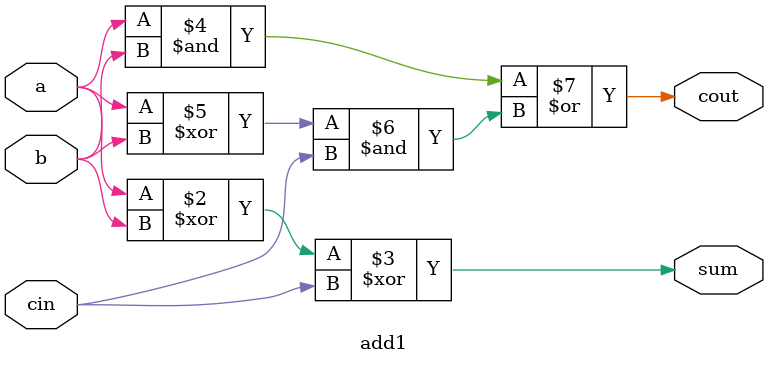
<source format=v>
module top_module (
    input [31:0] a,
    input [31:0] b,
    output [31:0] sum
);//

    wire temp;
    add16 add1(.a(a[15:0]), .b(b[15:0]), .sum(sum[15:0]), .cout(temp));
    add16 add2(.a(a[31:16]), .b(b[31:16]), .sum(sum[31:16]), .cin(temp));
endmodule

module add1 ( input a, input b, input cin,   output sum, output cout );

// Full adder module here
    always @(a, b, cin) begin
        sum = a ^ b ^ cin;
        cout = (a & b) | ((a ^ b) & cin);
    end
endmodule

</source>
